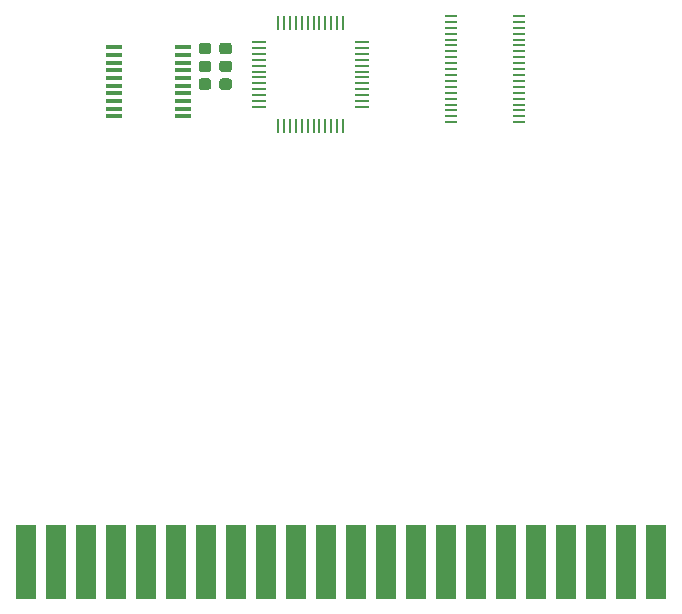
<source format=gbr>
G04 #@! TF.GenerationSoftware,KiCad,Pcbnew,5.0.2-bee76a0~70~ubuntu18.04.1*
G04 #@! TF.CreationDate,2019-10-20T22:12:44-04:00*
G04 #@! TF.ProjectId,Stepper Driver Card,53746570-7065-4722-9044-726976657220,rev?*
G04 #@! TF.SameCoordinates,Original*
G04 #@! TF.FileFunction,Paste,Top*
G04 #@! TF.FilePolarity,Positive*
%FSLAX46Y46*%
G04 Gerber Fmt 4.6, Leading zero omitted, Abs format (unit mm)*
G04 Created by KiCad (PCBNEW 5.0.2-bee76a0~70~ubuntu18.04.1) date Sun 20 Oct 2019 10:12:44 PM EDT*
%MOMM*%
%LPD*%
G01*
G04 APERTURE LIST*
%ADD10C,0.100000*%
%ADD11C,0.950000*%
%ADD12R,1.450000X0.450000*%
%ADD13R,0.250000X1.300000*%
%ADD14R,1.300000X0.250000*%
%ADD15R,1.651000X6.350000*%
%ADD16R,1.100000X0.285000*%
G04 APERTURE END LIST*
D10*
G04 #@! TO.C,R1*
G36*
X125160780Y-73171145D02*
X125183835Y-73174564D01*
X125206444Y-73180228D01*
X125228388Y-73188080D01*
X125249458Y-73198045D01*
X125269449Y-73210027D01*
X125288169Y-73223911D01*
X125305439Y-73239563D01*
X125321091Y-73256833D01*
X125334975Y-73275553D01*
X125346957Y-73295544D01*
X125356922Y-73316614D01*
X125364774Y-73338558D01*
X125370438Y-73361167D01*
X125373857Y-73384222D01*
X125375001Y-73407501D01*
X125375001Y-73882501D01*
X125373857Y-73905780D01*
X125370438Y-73928835D01*
X125364774Y-73951444D01*
X125356922Y-73973388D01*
X125346957Y-73994458D01*
X125334975Y-74014449D01*
X125321091Y-74033169D01*
X125305439Y-74050439D01*
X125288169Y-74066091D01*
X125269449Y-74079975D01*
X125249458Y-74091957D01*
X125228388Y-74101922D01*
X125206444Y-74109774D01*
X125183835Y-74115438D01*
X125160780Y-74118857D01*
X125137501Y-74120001D01*
X124562501Y-74120001D01*
X124539222Y-74118857D01*
X124516167Y-74115438D01*
X124493558Y-74109774D01*
X124471614Y-74101922D01*
X124450544Y-74091957D01*
X124430553Y-74079975D01*
X124411833Y-74066091D01*
X124394563Y-74050439D01*
X124378911Y-74033169D01*
X124365027Y-74014449D01*
X124353045Y-73994458D01*
X124343080Y-73973388D01*
X124335228Y-73951444D01*
X124329564Y-73928835D01*
X124326145Y-73905780D01*
X124325001Y-73882501D01*
X124325001Y-73407501D01*
X124326145Y-73384222D01*
X124329564Y-73361167D01*
X124335228Y-73338558D01*
X124343080Y-73316614D01*
X124353045Y-73295544D01*
X124365027Y-73275553D01*
X124378911Y-73256833D01*
X124394563Y-73239563D01*
X124411833Y-73223911D01*
X124430553Y-73210027D01*
X124450544Y-73198045D01*
X124471614Y-73188080D01*
X124493558Y-73180228D01*
X124516167Y-73174564D01*
X124539222Y-73171145D01*
X124562501Y-73170001D01*
X125137501Y-73170001D01*
X125160780Y-73171145D01*
X125160780Y-73171145D01*
G37*
D11*
X124850001Y-73645001D03*
D10*
G36*
X123410780Y-73171145D02*
X123433835Y-73174564D01*
X123456444Y-73180228D01*
X123478388Y-73188080D01*
X123499458Y-73198045D01*
X123519449Y-73210027D01*
X123538169Y-73223911D01*
X123555439Y-73239563D01*
X123571091Y-73256833D01*
X123584975Y-73275553D01*
X123596957Y-73295544D01*
X123606922Y-73316614D01*
X123614774Y-73338558D01*
X123620438Y-73361167D01*
X123623857Y-73384222D01*
X123625001Y-73407501D01*
X123625001Y-73882501D01*
X123623857Y-73905780D01*
X123620438Y-73928835D01*
X123614774Y-73951444D01*
X123606922Y-73973388D01*
X123596957Y-73994458D01*
X123584975Y-74014449D01*
X123571091Y-74033169D01*
X123555439Y-74050439D01*
X123538169Y-74066091D01*
X123519449Y-74079975D01*
X123499458Y-74091957D01*
X123478388Y-74101922D01*
X123456444Y-74109774D01*
X123433835Y-74115438D01*
X123410780Y-74118857D01*
X123387501Y-74120001D01*
X122812501Y-74120001D01*
X122789222Y-74118857D01*
X122766167Y-74115438D01*
X122743558Y-74109774D01*
X122721614Y-74101922D01*
X122700544Y-74091957D01*
X122680553Y-74079975D01*
X122661833Y-74066091D01*
X122644563Y-74050439D01*
X122628911Y-74033169D01*
X122615027Y-74014449D01*
X122603045Y-73994458D01*
X122593080Y-73973388D01*
X122585228Y-73951444D01*
X122579564Y-73928835D01*
X122576145Y-73905780D01*
X122575001Y-73882501D01*
X122575001Y-73407501D01*
X122576145Y-73384222D01*
X122579564Y-73361167D01*
X122585228Y-73338558D01*
X122593080Y-73316614D01*
X122603045Y-73295544D01*
X122615027Y-73275553D01*
X122628911Y-73256833D01*
X122644563Y-73239563D01*
X122661833Y-73223911D01*
X122680553Y-73210027D01*
X122700544Y-73198045D01*
X122721614Y-73188080D01*
X122743558Y-73180228D01*
X122766167Y-73174564D01*
X122789222Y-73171145D01*
X122812501Y-73170001D01*
X123387501Y-73170001D01*
X123410780Y-73171145D01*
X123410780Y-73171145D01*
G37*
D11*
X123100001Y-73645001D03*
G04 #@! TD*
D10*
G04 #@! TO.C,R2*
G36*
X125160780Y-74681145D02*
X125183835Y-74684564D01*
X125206444Y-74690228D01*
X125228388Y-74698080D01*
X125249458Y-74708045D01*
X125269449Y-74720027D01*
X125288169Y-74733911D01*
X125305439Y-74749563D01*
X125321091Y-74766833D01*
X125334975Y-74785553D01*
X125346957Y-74805544D01*
X125356922Y-74826614D01*
X125364774Y-74848558D01*
X125370438Y-74871167D01*
X125373857Y-74894222D01*
X125375001Y-74917501D01*
X125375001Y-75392501D01*
X125373857Y-75415780D01*
X125370438Y-75438835D01*
X125364774Y-75461444D01*
X125356922Y-75483388D01*
X125346957Y-75504458D01*
X125334975Y-75524449D01*
X125321091Y-75543169D01*
X125305439Y-75560439D01*
X125288169Y-75576091D01*
X125269449Y-75589975D01*
X125249458Y-75601957D01*
X125228388Y-75611922D01*
X125206444Y-75619774D01*
X125183835Y-75625438D01*
X125160780Y-75628857D01*
X125137501Y-75630001D01*
X124562501Y-75630001D01*
X124539222Y-75628857D01*
X124516167Y-75625438D01*
X124493558Y-75619774D01*
X124471614Y-75611922D01*
X124450544Y-75601957D01*
X124430553Y-75589975D01*
X124411833Y-75576091D01*
X124394563Y-75560439D01*
X124378911Y-75543169D01*
X124365027Y-75524449D01*
X124353045Y-75504458D01*
X124343080Y-75483388D01*
X124335228Y-75461444D01*
X124329564Y-75438835D01*
X124326145Y-75415780D01*
X124325001Y-75392501D01*
X124325001Y-74917501D01*
X124326145Y-74894222D01*
X124329564Y-74871167D01*
X124335228Y-74848558D01*
X124343080Y-74826614D01*
X124353045Y-74805544D01*
X124365027Y-74785553D01*
X124378911Y-74766833D01*
X124394563Y-74749563D01*
X124411833Y-74733911D01*
X124430553Y-74720027D01*
X124450544Y-74708045D01*
X124471614Y-74698080D01*
X124493558Y-74690228D01*
X124516167Y-74684564D01*
X124539222Y-74681145D01*
X124562501Y-74680001D01*
X125137501Y-74680001D01*
X125160780Y-74681145D01*
X125160780Y-74681145D01*
G37*
D11*
X124850001Y-75155001D03*
D10*
G36*
X123410780Y-74681145D02*
X123433835Y-74684564D01*
X123456444Y-74690228D01*
X123478388Y-74698080D01*
X123499458Y-74708045D01*
X123519449Y-74720027D01*
X123538169Y-74733911D01*
X123555439Y-74749563D01*
X123571091Y-74766833D01*
X123584975Y-74785553D01*
X123596957Y-74805544D01*
X123606922Y-74826614D01*
X123614774Y-74848558D01*
X123620438Y-74871167D01*
X123623857Y-74894222D01*
X123625001Y-74917501D01*
X123625001Y-75392501D01*
X123623857Y-75415780D01*
X123620438Y-75438835D01*
X123614774Y-75461444D01*
X123606922Y-75483388D01*
X123596957Y-75504458D01*
X123584975Y-75524449D01*
X123571091Y-75543169D01*
X123555439Y-75560439D01*
X123538169Y-75576091D01*
X123519449Y-75589975D01*
X123499458Y-75601957D01*
X123478388Y-75611922D01*
X123456444Y-75619774D01*
X123433835Y-75625438D01*
X123410780Y-75628857D01*
X123387501Y-75630001D01*
X122812501Y-75630001D01*
X122789222Y-75628857D01*
X122766167Y-75625438D01*
X122743558Y-75619774D01*
X122721614Y-75611922D01*
X122700544Y-75601957D01*
X122680553Y-75589975D01*
X122661833Y-75576091D01*
X122644563Y-75560439D01*
X122628911Y-75543169D01*
X122615027Y-75524449D01*
X122603045Y-75504458D01*
X122593080Y-75483388D01*
X122585228Y-75461444D01*
X122579564Y-75438835D01*
X122576145Y-75415780D01*
X122575001Y-75392501D01*
X122575001Y-74917501D01*
X122576145Y-74894222D01*
X122579564Y-74871167D01*
X122585228Y-74848558D01*
X122593080Y-74826614D01*
X122603045Y-74805544D01*
X122615027Y-74785553D01*
X122628911Y-74766833D01*
X122644563Y-74749563D01*
X122661833Y-74733911D01*
X122680553Y-74720027D01*
X122700544Y-74708045D01*
X122721614Y-74698080D01*
X122743558Y-74690228D01*
X122766167Y-74684564D01*
X122789222Y-74681145D01*
X122812501Y-74680001D01*
X123387501Y-74680001D01*
X123410780Y-74681145D01*
X123410780Y-74681145D01*
G37*
D11*
X123100001Y-75155001D03*
G04 #@! TD*
D10*
G04 #@! TO.C,R3*
G36*
X125160780Y-76191145D02*
X125183835Y-76194564D01*
X125206444Y-76200228D01*
X125228388Y-76208080D01*
X125249458Y-76218045D01*
X125269449Y-76230027D01*
X125288169Y-76243911D01*
X125305439Y-76259563D01*
X125321091Y-76276833D01*
X125334975Y-76295553D01*
X125346957Y-76315544D01*
X125356922Y-76336614D01*
X125364774Y-76358558D01*
X125370438Y-76381167D01*
X125373857Y-76404222D01*
X125375001Y-76427501D01*
X125375001Y-76902501D01*
X125373857Y-76925780D01*
X125370438Y-76948835D01*
X125364774Y-76971444D01*
X125356922Y-76993388D01*
X125346957Y-77014458D01*
X125334975Y-77034449D01*
X125321091Y-77053169D01*
X125305439Y-77070439D01*
X125288169Y-77086091D01*
X125269449Y-77099975D01*
X125249458Y-77111957D01*
X125228388Y-77121922D01*
X125206444Y-77129774D01*
X125183835Y-77135438D01*
X125160780Y-77138857D01*
X125137501Y-77140001D01*
X124562501Y-77140001D01*
X124539222Y-77138857D01*
X124516167Y-77135438D01*
X124493558Y-77129774D01*
X124471614Y-77121922D01*
X124450544Y-77111957D01*
X124430553Y-77099975D01*
X124411833Y-77086091D01*
X124394563Y-77070439D01*
X124378911Y-77053169D01*
X124365027Y-77034449D01*
X124353045Y-77014458D01*
X124343080Y-76993388D01*
X124335228Y-76971444D01*
X124329564Y-76948835D01*
X124326145Y-76925780D01*
X124325001Y-76902501D01*
X124325001Y-76427501D01*
X124326145Y-76404222D01*
X124329564Y-76381167D01*
X124335228Y-76358558D01*
X124343080Y-76336614D01*
X124353045Y-76315544D01*
X124365027Y-76295553D01*
X124378911Y-76276833D01*
X124394563Y-76259563D01*
X124411833Y-76243911D01*
X124430553Y-76230027D01*
X124450544Y-76218045D01*
X124471614Y-76208080D01*
X124493558Y-76200228D01*
X124516167Y-76194564D01*
X124539222Y-76191145D01*
X124562501Y-76190001D01*
X125137501Y-76190001D01*
X125160780Y-76191145D01*
X125160780Y-76191145D01*
G37*
D11*
X124850001Y-76665001D03*
D10*
G36*
X123410780Y-76191145D02*
X123433835Y-76194564D01*
X123456444Y-76200228D01*
X123478388Y-76208080D01*
X123499458Y-76218045D01*
X123519449Y-76230027D01*
X123538169Y-76243911D01*
X123555439Y-76259563D01*
X123571091Y-76276833D01*
X123584975Y-76295553D01*
X123596957Y-76315544D01*
X123606922Y-76336614D01*
X123614774Y-76358558D01*
X123620438Y-76381167D01*
X123623857Y-76404222D01*
X123625001Y-76427501D01*
X123625001Y-76902501D01*
X123623857Y-76925780D01*
X123620438Y-76948835D01*
X123614774Y-76971444D01*
X123606922Y-76993388D01*
X123596957Y-77014458D01*
X123584975Y-77034449D01*
X123571091Y-77053169D01*
X123555439Y-77070439D01*
X123538169Y-77086091D01*
X123519449Y-77099975D01*
X123499458Y-77111957D01*
X123478388Y-77121922D01*
X123456444Y-77129774D01*
X123433835Y-77135438D01*
X123410780Y-77138857D01*
X123387501Y-77140001D01*
X122812501Y-77140001D01*
X122789222Y-77138857D01*
X122766167Y-77135438D01*
X122743558Y-77129774D01*
X122721614Y-77121922D01*
X122700544Y-77111957D01*
X122680553Y-77099975D01*
X122661833Y-77086091D01*
X122644563Y-77070439D01*
X122628911Y-77053169D01*
X122615027Y-77034449D01*
X122603045Y-77014458D01*
X122593080Y-76993388D01*
X122585228Y-76971444D01*
X122579564Y-76948835D01*
X122576145Y-76925780D01*
X122575001Y-76902501D01*
X122575001Y-76427501D01*
X122576145Y-76404222D01*
X122579564Y-76381167D01*
X122585228Y-76358558D01*
X122593080Y-76336614D01*
X122603045Y-76315544D01*
X122615027Y-76295553D01*
X122628911Y-76276833D01*
X122644563Y-76259563D01*
X122661833Y-76243911D01*
X122680553Y-76230027D01*
X122700544Y-76218045D01*
X122721614Y-76208080D01*
X122743558Y-76200228D01*
X122766167Y-76194564D01*
X122789222Y-76191145D01*
X122812501Y-76190001D01*
X123387501Y-76190001D01*
X123410780Y-76191145D01*
X123410780Y-76191145D01*
G37*
D11*
X123100001Y-76665001D03*
G04 #@! TD*
D12*
G04 #@! TO.C,U1*
X121275001Y-73540001D03*
X121275001Y-74190001D03*
X121275001Y-74840001D03*
X121275001Y-75490001D03*
X121275001Y-76140001D03*
X121275001Y-76790001D03*
X121275001Y-77440001D03*
X121275001Y-78090001D03*
X121275001Y-78740001D03*
X121275001Y-79390001D03*
X115375001Y-79390001D03*
X115375001Y-78740001D03*
X115375001Y-78090001D03*
X115375001Y-77440001D03*
X115375001Y-76790001D03*
X115375001Y-76140001D03*
X115375001Y-75490001D03*
X115375001Y-74840001D03*
X115375001Y-74190001D03*
X115375001Y-73540001D03*
G04 #@! TD*
D13*
G04 #@! TO.C,U2*
X129295001Y-71505001D03*
X129795001Y-71505001D03*
X130295001Y-71505001D03*
X130795001Y-71505001D03*
X131295001Y-71505001D03*
X131795001Y-71505001D03*
X132295001Y-71505001D03*
X132795001Y-71505001D03*
X133295001Y-71505001D03*
X133795001Y-71505001D03*
X134295001Y-71505001D03*
X134795001Y-71505001D03*
D14*
X136395001Y-73105001D03*
X136395001Y-73605001D03*
X136395001Y-74105001D03*
X136395001Y-74605001D03*
X136395001Y-75105001D03*
X136395001Y-75605001D03*
X136395001Y-76105001D03*
X136395001Y-76605001D03*
X136395001Y-77105001D03*
X136395001Y-77605001D03*
X136395001Y-78105001D03*
X136395001Y-78605001D03*
D13*
X134795001Y-80205001D03*
X134295001Y-80205001D03*
X133795001Y-80205001D03*
X133295001Y-80205001D03*
X132795001Y-80205001D03*
X132295001Y-80205001D03*
X131795001Y-80205001D03*
X131295001Y-80205001D03*
X130795001Y-80205001D03*
X130295001Y-80205001D03*
X129795001Y-80205001D03*
X129295001Y-80205001D03*
D14*
X127695001Y-78605001D03*
X127695001Y-78105001D03*
X127695001Y-77605001D03*
X127695001Y-77105001D03*
X127695001Y-76605001D03*
X127695001Y-76105001D03*
X127695001Y-75605001D03*
X127695001Y-75105001D03*
X127695001Y-74605001D03*
X127695001Y-74105001D03*
X127695001Y-73605001D03*
X127695001Y-73105001D03*
G04 #@! TD*
D15*
G04 #@! TO.C,J1*
X107950000Y-117119400D03*
X110490000Y-117119400D03*
X113030000Y-117119400D03*
X115570000Y-117119400D03*
X118110000Y-117119400D03*
X120650000Y-117119400D03*
X123190000Y-117119400D03*
X125730000Y-117119400D03*
X128270000Y-117119400D03*
X130810000Y-117119400D03*
X133350000Y-117119400D03*
X135890000Y-117119400D03*
X138430000Y-117119400D03*
X140970000Y-117119400D03*
X143510000Y-117119400D03*
X146050000Y-117119400D03*
X148590000Y-117119400D03*
X151130000Y-117119400D03*
X153670000Y-117119400D03*
X156210000Y-117119400D03*
X158750000Y-117119400D03*
X161290000Y-117119400D03*
G04 #@! TD*
D16*
G04 #@! TO.C,U3*
X149650000Y-70900000D03*
X149650000Y-71400000D03*
X149650000Y-71900000D03*
X149650000Y-72400000D03*
X149650000Y-72900000D03*
X149650000Y-73400000D03*
X149650000Y-73900000D03*
X149650000Y-74400000D03*
X149650000Y-74900000D03*
X149650000Y-75400000D03*
X149650000Y-75900000D03*
X149650000Y-76400000D03*
X149650000Y-76900000D03*
X149650000Y-77400000D03*
X149650000Y-77900000D03*
X149650000Y-78400000D03*
X149650000Y-78900000D03*
X149650000Y-79400000D03*
X149650000Y-79900000D03*
X143950000Y-79900000D03*
X143950000Y-79400000D03*
X143950000Y-78900000D03*
X143950000Y-78400000D03*
X143950000Y-77900000D03*
X143950000Y-77400000D03*
X143950000Y-76900000D03*
X143950000Y-76400000D03*
X143950000Y-75900000D03*
X143950000Y-75400000D03*
X143950000Y-74900000D03*
X143950000Y-74400000D03*
X143950000Y-73900000D03*
X143950000Y-73400000D03*
X143950000Y-72900000D03*
X143950000Y-72400000D03*
X143950000Y-71900000D03*
X143950000Y-71400000D03*
X143950000Y-70900000D03*
G04 #@! TD*
M02*

</source>
